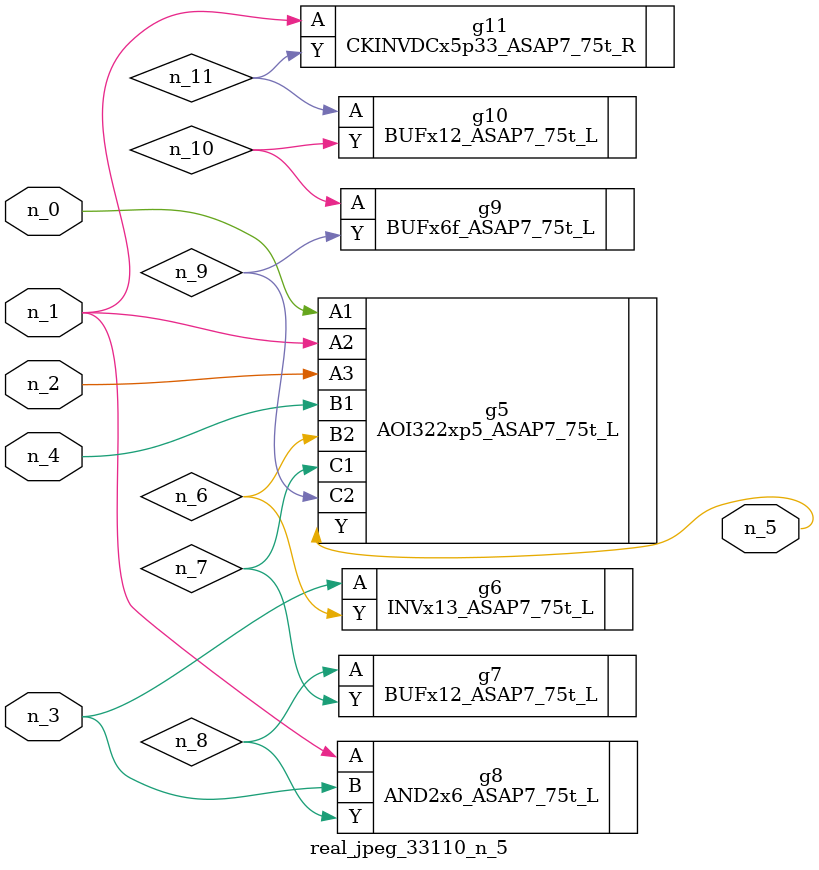
<source format=v>
module real_jpeg_33110_n_5 (n_4, n_0, n_1, n_2, n_3, n_5);

input n_4;
input n_0;
input n_1;
input n_2;
input n_3;

output n_5;

wire n_8;
wire n_11;
wire n_6;
wire n_7;
wire n_10;
wire n_9;

AOI322xp5_ASAP7_75t_L g5 ( 
.A1(n_0),
.A2(n_1),
.A3(n_2),
.B1(n_4),
.B2(n_6),
.C1(n_7),
.C2(n_9),
.Y(n_5)
);

AND2x6_ASAP7_75t_L g8 ( 
.A(n_1),
.B(n_3),
.Y(n_8)
);

CKINVDCx5p33_ASAP7_75t_R g11 ( 
.A(n_1),
.Y(n_11)
);

INVx13_ASAP7_75t_L g6 ( 
.A(n_3),
.Y(n_6)
);

BUFx12_ASAP7_75t_L g7 ( 
.A(n_8),
.Y(n_7)
);

BUFx6f_ASAP7_75t_L g9 ( 
.A(n_10),
.Y(n_9)
);

BUFx12_ASAP7_75t_L g10 ( 
.A(n_11),
.Y(n_10)
);


endmodule
</source>
